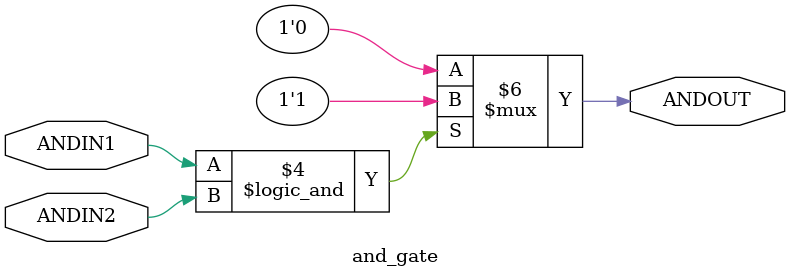
<source format=v>
module sign(SIGNIN,SIGNOUT);
//port declaration
input [7:0] SIGNIN;
output reg [31:0] SIGNOUT;
reg [6:0] SIGNHOLD;

always @(SIGNIN) begin 
	if(SIGNIN[7]==1'b0) begin   //for positive in
		SIGNOUT = {24'b00000000_00000000_00000000,SIGNIN};
	end
	if (SIGNIN[7]== 1'b1) begin  //for negative in
		//SIGNIN[6:0] =~SIGNIN[6:0];
		SIGNHOLD = SIGNIN[6:0] ;
		
		SIGNOUT = {1'b1,24'b11111111_11111111_11111111,SIGNHOLD[6:0]};
		
		
	end
	SIGNOUT   = SIGNOUT <<< 2;  //shift left by two
end

endmodule


//adder module
module adder(D1,D2,OUT);
//port declaration
	input [31:0] D1,D2;
	output reg [31:0] OUT;


always @ (D1,D2) begin
	#2  //delay to sync with ALU
	#2  //delay for the adder
	OUT = D1 + D2;	
end	
endmodule



//and module
module and_gate(ANDIN1,ANDIN2,ANDOUT);
//port declaration
	input  ANDIN1,ANDIN2;
	output reg ANDOUT;


always @ (ANDIN1,ANDIN2) begin
	if(ANDIN1 == 1'b1 && ANDIN2 == 1'b1) begin
		ANDOUT = 1'b1;
	end	
	
	else begin
		ANDOUT = 1'b0;
	end
	
	
end
		
endmodule



























/*module sign_test;
	reg [7:0] in;

	//declaring output
	wire reg[31:0] out;
	

	//cteate alumodel for testing
	sign sign1(in,out);
	
	initial
	begin
		//generate files need to plot waveform using GTKWave
		$dumpfile("wavedata_cpu.vcd");
		$dumpvars(0,sign_test);
	end
	
	initial
	begin  
		//testing the forward answer 0100 0100
		
		
		
		in = 8'b00011100;
		#10
		in = 8'b11111111;
		#10
		in = 8'b00000001;
		#10
		in = 8'b11001110;
		#20;
		
		
		
		end
		
endmodule	*/	
</source>
